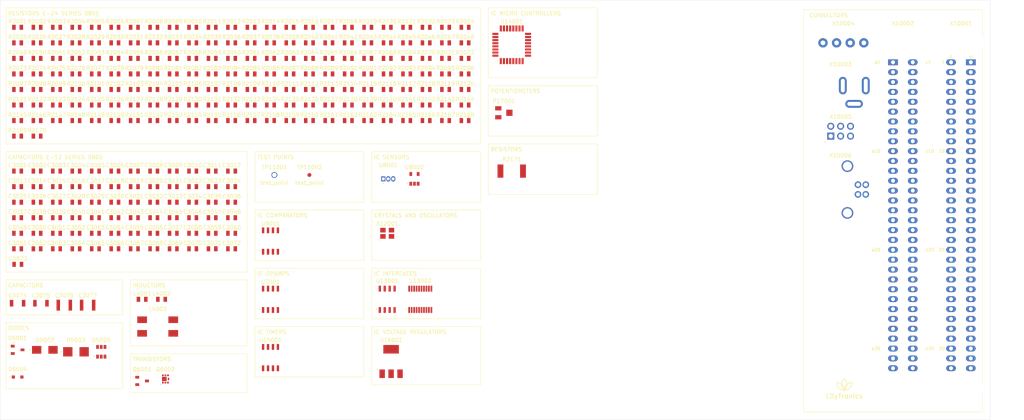
<source format=kicad_pcb>
(kicad_pcb (version 20240108) (generator "pcbnew") (generator_version "8.0")
  (title_block (title "KiCad library test") (date "2024-05-03") (rev "1") (company "LilyTronics"))
  (layers (0 "F.Cu" signal) (31 "B.Cu" signal) (34 "B.Paste" user) (35 "F.Paste" user) (36 "B.SilkS" user "B.Silkscreen") (37 "F.SilkS" user "F.Silkscreen") (38 "B.Mask" user) (39 "F.Mask" user) (44 "Edge.Cuts" user))
  (net 0 "")
  (footprint "lily_footprints:res_0805" (layer "F.Cu") (at 120 31)
    (property "Reference" "R2044")
    (property "Value" "62R" (hide yes))
  )
  (footprint "lily_footprints:cap_0805" (layer "F.Cu") (at 35 68)
    (property "Reference" "C3015")
    (property "Value" "15p" (hide yes))
  )
  (footprint "lily_footprints:cap_0805" (layer "F.Cu") (at 70 72)
    (property "Reference" "C3034")
    (property "Value" "560p" (hide yes))
  )
  (footprint "lily_footprints:res_0805" (layer "F.Cu") (at 140 39)
    (property "Reference" "R2096")
    (property "Value" "9k1" (hide yes))
  )
  (footprint "lily_footprints:res_0805" (layer "F.Cu") (at 85 27)
    (property "Reference" "R2013")
    (property "Value" "3R3" (hide yes))
  )
  (footprint "lily_footprints:res_0805" (layer "F.Cu") (at 25 31)
    (property "Reference" "R2025")
    (property "Value" "10R" (hide yes))
  )
  (footprint "lily_footprints:res_0805_dnp" (layer "F.Cu") (at 30 55)
    (property "Reference" "R2170")
    (property "Value" "dnp" (hide yes))
  )
  (footprint "lily_footprints:cap_0805" (layer "F.Cu") (at 50 80)
    (property "Reference" "C3054")
    (property "Value" "27n" (hide yes))
  )
  (footprint "lily_footprints:res_0805" (layer "F.Cu") (at 115 43)
    (property "Reference" "R2115")
    (property "Value" "56k" (hide yes))
  )
  (footprint "lily_footprints:res_0805" (layer "F.Cu") (at 50 31)
    (property "Reference" "R2030")
    (property "Value" "16R" (hide yes))
  )
  (footprint "lily_footprints:cap_0805" (layer "F.Cu") (at 50 76)
    (property "Reference" "C3042")
    (property "Value" "2n7" (hide yes))
  )
  (footprint "lily_footprints:res_0805" (layer "F.Cu") (at 125 31)
    (property "Reference" "R2045")
    (property "Value" "68R" (hide yes))
  )
  (footprint "lily_footprints:res_0805" (layer "F.Cu") (at 95 35)
    (property "Reference" "R2063")
    (property "Value" "390R" (hide yes))
  )
  (footprint "lily_footprints:sot23" (layer "F.Cu") (at 25 110)
    (property "Reference" "D5001")
    (property "Value" "15V" (hide yes))
  )
  (footprint "lily_footprints:cap_0805" (layer "F.Cu") (at 40 68)
    (property "Reference" "C3016")
    (property "Value" "18p" (hide yes))
  )
  (footprint "lily_footprints:cap_0805" (layer "F.Cu") (at 55 84)
    (property "Reference" "C3067")
    (property "Value" "330n" (hide yes))
  )
  (footprint "lily_footprints:res_0805" (layer "F.Cu") (at 55 51)
    (property "Reference" "R2151")
    (property "Value" "1M8" (hide yes))
  )
  (footprint "lily_footprints:cap_0805" (layer "F.Cu") (at 80 84)
    (property "Reference" "C3072")
    (property "Value" "820n" (hide yes))
  )
  (footprint "lily_footprints:cap_0805" (layer "F.Cu") (at 75 64)
    (property "Reference" "C3011")
    (property "Value" "6p8" (hide yes))
  )
  (footprint "lily_footprints:res_0805" (layer "F.Cu") (at 125 35)
    (property "Reference" "R2069")
    (property "Value" "680R" (hide yes))
  )
  (footprint "lily_footprints:cap_0805" (layer "F.Cu") (at 40 72)
    (property "Reference" "C3028")
    (property "Value" "180p" (hide yes))
  )
  (footprint "lily_footprints:res_0805" (layer "F.Cu") (at 90 27)
    (property "Reference" "R2014")
    (property "Value" "3R6" (hide yes))
  )
  (footprint "lily_footprints:res_0805" (layer "F.Cu") (at 70 51)
    (property "Reference" "R2154")
    (property "Value" "2M4" (hide yes))
  )
  (footprint "lily_footprints:cap_0805" (layer "F.Cu") (at 65 64)
    (property "Reference" "C3009")
    (property "Value" "4p7" (hide yes))
  )
  (footprint "lily_footprints:res_0805" (layer "F.Cu") (at 110 51)
    (property "Reference" "R2162")
    (property "Value" "5M1" (hide yes))
  )
  (footprint "lily_footprints:res_0805" (layer "F.Cu") (at 55 31)
    (property "Reference" "R2031")
    (property "Value" "18R" (hide yes))
  )
  (footprint "lily_footprints:res_0805" (layer "F.Cu") (at 110 43)
    (property "Reference" "R2114")
    (property "Value" "51k" (hide yes))
  )
  (footprint "lily_footprints:res_0805" (layer "F.Cu") (at 95 27)
    (property "Reference" "R2015")
    (property "Value" "3R9" (hide yes))
  )
  (footprint "lily_footprints:cap_0805" (layer "F.Cu") (at 45 80)
    (property "Reference" "C3053")
    (property "Value" "22n" (hide yes))
  )
  (footprint "lily_footprints:res_0805" (layer "F.Cu") (at 95 39)
    (property "Reference" "R2087")
    (property "Value" "3k9" (hide yes))
  )
  (footprint "lily_footprints:res_0805" (layer "F.Cu") (at 80 39)
    (property "Reference" "R2084")
    (property "Value" "3k0" (hide yes))
  )
  (footprint "lily_footprints:cap_0805" (layer "F.Cu") (at 70 76)
    (property "Reference" "C3046")
    (property "Value" "5n6" (hide yes))
  )
  (footprint "lily_footprints:cap_0805" (layer "F.Cu") (at 30 76)
    (property "Reference" "C3038")
    (property "Value" "1n2" (hide yes))
  )
  (footprint "lily_footprints:res_0805" (layer "F.Cu") (at 60 31)
    (property "Reference" "R2032")
    (property "Value" "20R" (hide yes))
  )
  (footprint "lily_footprints:cap_0805" (layer "F.Cu") (at 80 80)
    (property "Reference" "C3060")
    (property "Value" "82n" (hide yes))
  )
  (footprint "lily_footprints:cap_0805" (layer "F.Cu") (at 60 72)
    (property "Reference" "C3032")
    (property "Value" "390p" (hide yes))
  )
  (footprint "lily_footprints:res_0805" (layer "F.Cu") (at 130 35)
    (property "Reference" "R2070")
    (property "Value" "750R" (hide yes))
  )
  (footprint "lily_footprints:res_0805" (layer "F.Cu") (at 130 51)
    (property "Reference" "R2166")
    (property "Value" "7M5" (hide yes))
  )
  (footprint "lily_footprints:soic8" (layer "F.Cu") (at 90 112)
    (property "Reference" "U15001")
    (property "Value" "NE555" (hide yes))
  )
  (footprint "lily_footprints:res_0805" (layer "F.Cu") (at 30 47)
    (property "Reference" "R2122")
    (property "Value" "110k" (hide yes))
  )
  (footprint "lily_footprints:cap_0805" (layer "F.Cu") (at 70 84)
    (property "Reference" "C3070")
    (property "Value" "560n" (hide yes))
  )
  (footprint "lily_footprints:test_point_1.1mm_th" (layer "F.Cu") (at 91 65)
    (property "Reference" "TP11001")
    (property "Value" "test_point")
  )
  (footprint "lily_footprints:cap_0805" (layer "F.Cu") (at 75 76)
    (property "Reference" "C3047")
    (property "Value" "6n8" (hide yes))
  )
  (footprint "lily_footprints:res_0805" (layer "F.Cu") (at 120 35)
    (property "Reference" "R2068")
    (property "Value" "620R" (hide yes))
  )
  (footprint "lily_footprints:con_header_2x03_2.54mm_th_idc_area" (layer "F.Cu") (at 234 55)
    (property "Reference" "X10005")
    (property "Value" "con_header_2x03_2.54mm_th_idc_area" (hide yes))
  )
  (footprint "lily_footprints:sot1220_dnf2020md-6_type_e" (layer "F.Cu") (at 63 117.5)
    (property "Reference" "Q6002")
    (property "Value" "DMP3028LFDE" (hide yes))
  )
  (footprint "lily_footprints:res_0805" (layer "F.Cu") (at 120 39)
    (property "Reference" "R2092")
    (property "Value" "6k2" (hide yes))
  )
  (footprint "lily_footprints:cap_0805" (layer "F.Cu") (at 30 80)
    (property "Reference" "C3050")
    (property "Value" "12n" (hide yes))
  )
  (footprint "lily_footprints:res_0805" (layer "F.Cu") (at 45 35)
    (property "Reference" "R2053")
    (property "Value" "150R" (hide yes))
  )
  (footprint "lily_footprints:res_0805" (layer "F.Cu") (at 85 31)
    (property "Reference" "R2037")
    (property "Value" "33R" (hide yes))
  )
  (footprint "lily_footprints:res_0805" (layer "F.Cu") (at 75 39)
    (property "Reference" "R2083")
    (property "Value" "2k7" (hide yes))
  )
  (footprint "lily_footprints:dio_sod323" (layer "F.Cu") (at 25 117)
    (property "Reference" "D5004")
    (property "Value" "4V7" (hide yes))
  )
  (footprint "lily_footprints:res_0805" (layer "F.Cu") (at 25 35)
    (property "Reference" "R2049")
    (property "Value" "100R" (hide yes))
  )
  (footprint "lily_footprints:res_0805" (layer "F.Cu") (at 130 47)
    (property "Reference" "R2142")
    (property "Value" "750k" (hide yes))
  )
  (footprint "lily_footprints:cap_0805" (layer "F.Cu") (at 75 72)
    (property "Reference" "C3035")
    (property "Value" "680p" (hide yes))
  )
  (footprint "lily_footprints:res_0805" (layer "F.Cu") (at 100 51)
    (property "Reference" "R2160")
    (property "Value" "4M3" (hide yes))
  )
  (footprint "lily_footprints:res_0805" (layer "F.Cu") (at 100 31)
    (property "Reference" "R2040")
    (property "Value" "43R" (hide yes))
  )
  (footprint "lily_footprints:soic8" (layer "F.Cu") (at 120 97)
    (property "Reference" "U13001")
    (property "Value" "SN75176" (hide yes))
  )
  (footprint "lily_footprints:ssop20_pitch25_341x154_mil" (layer "F.Cu") (at 128.5 97)
    (property "Reference" "U13002")
    (property "Value" "FT231" (hide yes))
  )
  (footprint "lily_footprints:cap_0805" (layer "F.Cu") (at 25 72)
    (property "Reference" "C3025")
    (property "Value" "100p" (hide yes))
  )
  (footprint "lily_footprints:res_0805" (layer "F.Cu") (at 25 55)
    (property "Reference" "R2169")
    (property "Value" "0R" (hide yes))
  )
  (footprint "lily_footprints:res_0805" (layer "F.Cu") (at 125 47)
    (property "Reference" "R2141")
    (property "Value" "680k" (hide yes))
  )
  (footprint "lily_footprints:cap_0805" (layer "F.Cu") (at 75 84)
    (property "Reference" "C3071")
    (property "Value" "680n" (hide yes))
  )
  (footprint "lily_footprints:cap_0805" (layer "F.Cu") (at 30 64)
    (property "Reference" "C3002")
    (property "Value" "1p2" (hide yes))
  )
  (footprint "lily_footprints:res_0805" (layer "F.Cu") (at 40 39)
    (property "Reference" "R2076")
    (property "Value" "1k3" (hide yes))
  )
  (footprint "lily_footprints:cap_0805" (layer "F.Cu") (at 45 68)
    (property "Reference" "C3017")
    (property "Value" "22p" (hide yes))
  )
  (footprint "lily_footprints:res_0805" (layer "F.Cu") (at 90 35)
    (property "Reference" "R2062")
    (property "Value" "360R" (hide yes))
  )
  (footprint "lily_footprints:cap_0805" (layer "F.Cu") (at 40 84)
    (property "Reference" "C3064")
    (property "Value" "180n" (hide yes))
  )
  (footprint "lily_footprints:logo_lilytronics" (layer "F.Cu") (at 237.5 120.4125)
    (property "Reference" "DOC1001" (hide yes))
    (property "Value" "logo_lilytronics" (hide yes))
  )
  (footprint "lily_footprints:res_0805" (layer "F.Cu") (at 35 27)
    (property "Reference" "R2003")
    (property "Value" "1R2" (hide yes))
  )
  (footprint "lily_footprints:res_0805" (layer "F.Cu") (at 95 43)
    (property "Reference" "R2111")
    (property "Value" "39k" (hide yes))
  )
  (footprint "lily_footprints:res_0805" (layer "F.Cu") (at 30 51)
    (property "Reference" "R2146")
    (property "Value" "1M1" (hide yes))
  )
  (footprint "lily_footprints:res_0805" (layer "F.Cu") (at 90 43)
    (property "Reference" "R2110")
    (property "Value" "36k" (hide yes))
  )
  (footprint "lily_footprints:cap_0805" (layer "F.Cu") (at 60 80)
    (property "Reference" "C3056")
    (property "Value" "39n" (hide yes))
  )
  (footprint "lily_footprints:cap_0805" (layer "F.Cu") (at 55 80)
    (property "Reference" "C3055")
    (property "Value" "33n" (hide yes))
  )
  (footprint "lily_footprints:cap_0805" (layer "F.Cu") (at 50 72)
    (property "Reference" "C3030")
    (property "Value" "270p" (hide yes))
  )
  (footprint "lily_footprints:res_0805" (layer "F.Cu") (at 105 31)
    (property "Reference" "R2041")
    (property "Value" "47R" (hide yes))
  )
  (footprint "lily_footprints:cap_0805" (layer "F.Cu") (at 45 72)
    (property "Reference" "C3029")
    (property "Value" "220p" (hide yes))
  )
  (footprint "lily_footprints:test_point_1mm" (layer "F.Cu") (at 100 65)
    (property "Reference" "TP11002")
    (property "Value" "test_point")
  )
  (footprint "lily_footprints:res_0805" (layer "F.Cu") (at 50 47)
    (property "Reference" "R2126")
    (property "Value" "160k" (hide yes))
  )
  (footprint "lily_footprints:res_0805" (layer "F.Cu") (at 130 27)
    (property "Reference" "R2022")
    (property "Value" "7R5" (hide yes))
  )
  (footprint "lily_footprints:cap_0805" (layer "F.Cu") (at 60 64)
    (property "Reference" "C3008")
    (property "Value" "3p9" (hide yes))
  )
  (footprint "lily_footprints:res_0805" (layer "F.Cu") (at 30 27)
    (property "Reference" "R2002")
    (property "Value" "1R1" (hide yes))
  )
  (footprint "lily_footprints:con_usb_b_receptacle_th" (layer "F.Cu") (at 243 70)
    (property "Reference" "X10006")
    (property "Value" "con_usb_b_receptacle_th" (hide yes))
  )
  (footprint "lily_footprints:res_0805" (layer "F.Cu") (at 45 47)
    (property "Reference" "R2125")
    (property "Value" "150k" (hide yes))
  )
  (footprint "lily_footprints:res_0805" (layer "F.Cu") (at 60 39)
    (property "Reference" "R2080")
    (property "Value" "2k0" (hide yes))
  )
  (footprint "lily_footprints:cap_0805" (layer "F.Cu") (at 60 76)
    (property "Reference" "C3044")
    (property "Value" "3n9" (hide yes))
  )
  (footprint "lily_footprints:res_0805" (layer "F.Cu") (at 105 51)
    (property "Reference" "R2161")
    (property "Value" "4M7" (hide yes))
  )
  (footprint "lily_footprints:cap_0805" (layer "F.Cu") (at 80 76)
    (property "Reference" "C3048")
    (property "Value" "8n2" (hide yes))
  )
  (footprint "lily_footprints:res_0805" (layer "F.Cu") (at 65 51)
    (property "Reference" "R2153")
    (property "Value" "2M2" (hide yes))
  )
  (footprint "lily_footprints:res_0805" (layer "F.Cu") (at 25 43)
    (property "Reference" "R2097")
    (property "Value" "10k" (hide yes))
  )
  (footprint "lily_footprints:res_0805" (layer "F.Cu") (at 85 51)
    (property "Reference" "R2157")
    (property "Value" "3M3" (hide yes))
  )
  (footprint "lily_footprints:res_0805" (layer "F.Cu") (at 65 31)
    (property "Reference" "R2033")
    (property "Value" "22R" (hide yes))
  )
  (footprint "lily_footprints:dio_do214ac_sma" (layer "F.Cu") (at 32 110)
    (property "Reference" "D5002")
    (property "Value" "SS14" (hide yes))
  )
  (footprint "lily_footprints:res_0805" (layer "F.Cu") (at 55 35)
    (property "Reference" "R2055")
    (property "Value" "180R" (hide yes))
  )
  (footprint "lily_footprints:soic8" (layer "F.Cu") (at 90 82)
    (property "Reference" "U9001")
    (property "Value" "LM393" (hide yes))
  )
  (footprint "lily_footprints:res_0805" (layer "F.Cu") (at 50 51)
    (property "Reference" "R2150")
    (property "Value" "1M6" (hide yes))
  )
  (footprint "lily_footprints:res_0805" (layer "F.Cu") (at 120 43)
    (property "Reference" "R2116")
    (property "Value" "62k" (hide yes))
  )
  (footprint "lily_footprints:res_0805" (layer "F.Cu") (at 65 27)
    (property "Reference" "R2009")
    (property "Value" "2R2" (hide yes))
  )
  (footprint "lily_footprints:cap_1210" (layer "F.Cu") (at 37 98.5)
    (property "Reference" "C3076")
    (property "Value" "22u" (hide yes))
  )
  (footprint "lily_footprints:cap_0805" (layer "F.Cu") (at 65 80)
    (property "Reference" "C3057")
    (property "Value" "47n" (hide yes))
  )
  (footprint "lily_footprints:res_0805" (layer "F.Cu") (at 115 47)
    (property "Reference" "R2139")
    (property "Value" "560k" (hide yes))
  )
  (footprint "lily_footprints:res_0805" (layer "F.Cu") (at 115 35)
    (property "Reference" "R2067")
    (property "Value" "560R" (hide yes))
  )
  (footprint "lily_footprints:cap_0805" (layer "F.Cu") (at 30 68)
    (property "Reference" "C3014")
    (property "Value" "12p" (hide yes))
  )
  (footprint "lily_footprints:cap_0805" (layer "F.Cu") (at 80 68)
    (property "Reference" "C3024")
    (property "Value" "82p" (hide yes))
  )
  (footprint "lily_footprints:res_0805" (layer "F.Cu") (at 25 27)
    (property "Reference" "R2001")
    (property "Value" "1R0" (hide yes))
  )
  (footprint "lily_footprints:res_0805" (layer "F.Cu") (at 130 39)
    (property "Reference" "R2094")
    (property "Value" "7k5" (hide yes))
  )
  (footprint "lily_footprints:cap_1206_dnp" (layer "F.Cu") (at 31 98)
    (property "Reference" "C3075")
    (property "Value" "dnp" (hide yes))
  )
  (footprint "lily_footprints:res_0805" (layer "F.Cu") (at 40 43)
    (property "Reference" "R2100")
    (property "Value" "13k" (hide yes))
  )
  (footprint "lily_footprints:res_0805" (layer "F.Cu") (at 135 27)
    (property "Reference" "R2023")
    (property "Value" "8R2" (hide yes))
  )
  (footprint "lily_footprints:res_0805" (layer "F.Cu") (at 95 47)
    (property "Reference" "R2135")
    (property "Value" "390k" (hide yes))
  )
  (footprint "lily_footprints:res_0805" (layer "F.Cu") (at 40 51)
    (property "Reference" "R2148")
    (property "Value" "1M3" (hide yes))
  )
  (footprint "lily_footprints:res_0805" (layer "F.Cu") (at 45 43)
    (property "Reference" "R2101")
    (property "Value" "15k" (hide yes))
  )
  (footprint "lily_footprints:sot223" (layer "F.Cu") (at 121 113)
    (property "Reference" "U16001")
    (property "Value" "AZ1117" (hide yes))
  )
  (footprint "lily_footprints:cap_0805" (layer "F.Cu") (at 45 76)
    (property "Reference" "C3041")
    (property "Value" "2n2" (hide yes))
  )
  (footprint "lily_footprints:res_0805" (layer "F.Cu") (at 25 39)
    (property "Reference" "R2073")
    (property "Value" "1k0" (hide yes))
  )
  (footprint "lily_footprints:res_0805" (layer "F.Cu") (at 70 31)
    (property "Reference" "R2034")
    (property "Value" "24R" (hide yes))
  )
  (footprint "lily_footprints:res_0805" (layer "F.Cu") (at 120 51)
    (property "Reference" "R2164")
    (property "Value" "6M2" (hide yes))
  )
  (footprint "lily_footprints:res_0805" (layer "F.Cu") (at 100 47)
    (property "Reference" "R2136")
    (property "Value" "430k" (hide yes))
  )
  (footprint "lily_footprints:cap_0805" (layer "F.Cu") (at 65 84)
    (property "Reference" "C3069")
    (property "Value" "470n" (hide yes))
  )
  (footprint "lily_footprints:res_0805" (layer "F.Cu") (at 75 35)
    (property "Reference" "R2059")
    (property "Value" "270R" (hide yes))
  )
  (footprint "lily_footprints:con_din41612_plug_64p_a+c_right_angle_th" (layer "F.Cu") (at 270 36 -90)
    (property "Reference" "X10001")
    (property "Value" "con_din41612_plug_64p_a+c_right_angle_th" (hide yes))
  )
  (footprint "lily_footprints:cap_1206" (layer "F.Cu") (at 25 98)
    (property "Reference" "C3074")
    (property "Value" "4u7" (hide yes))
  )
  (footprint "lily_footprints:cap_0805" (layer "F.Cu") (at 75 68)
    (property "Reference" "C3023")
    (property "Value" "68p" (hide yes))
  )
  (footprint "lily_footprints:cap_0805" (layer "F.Cu") (at 35 64)
    (property "Reference" "C3003")
    (property "Value" "1p5" (hide yes))
  )
  (footprint "lily_footprints:res_0805" (layer "F.Cu") (at 105 39)
    (property "Reference" "R2089")
    (property "Value" "4k7" (hide yes))
  )
  (footprint "lily_footprints:ind_0805_dnp" (layer "F.Cu") (at 62 97)
    (property "Reference" "L4002")
    (property "Value" "dnp" (hide yes))
  )
  (footprint "lily_footprints:res_0805" (layer "F.Cu") (at 110 47)
    (property "Reference" "R2138")
    (property "Value" "510k" (hide yes))
  )
  (footprint "lily_footprints:res_0805" (layer "F.Cu") (at 35 31)
    (property "Reference" "R2027")
    (property "Value" "12R" (hide yes))
  )
  (footprint "lily_footprints:cap_0805_dnp" (layer "F.Cu") (at 25.05 88)
    (property "Reference" "C3073")
    (property "Value" "dnp" (hide yes))
  )
  (footprint "lily_footprints:res_0805" (layer "F.Cu") (at 135 39)
    (property "Reference" "R2095")
    (property "Value" "8k2" (hide yes))
  )
  (footprint "lily_footprints:res_0805" (layer "F.Cu") (at 100 39)
    (property "Reference" "R2088")
    (property "Value" "4k3" (hide yes))
  )
  (footprint "lily_footprints:cap_0805" (layer "F.Cu") (at 25 64)
    (property "Reference" "C3001")
    (property "Value" "1p0" (hide yes))
  )
  (footprint "lily_footprints:cap_0805" (layer "F.Cu") (at 35 80)
    (property "Reference" "C3051")
    (property "Value" "15n" (hide yes))
  )
  (footprint "lily_footprints:res_0805" (layer "F.Cu") (at 25 51)
    (property "Reference" "R2145")
    (property "Value" "1M0" (hide yes))
  )
  (footprint "lily_footprints:sot23-6_sc74" (layer "F.Cu") (at 46.5 110.5)
    (property "Reference" "D5005")
    (property "Value" "SRV05-4" (hide yes))
  )
  (footprint "lily_footprints:soic8" (layer "F.Cu") (at 90 97)
    (property "Reference" "U7001")
    (property "Value" "TLV272" (hide yes))
  )
  (footprint "lily_footprints:res_0805" (layer "F.Cu") (at 75 43)
    (property "Reference" "R2107")
    (property "Value" "27k" (hide yes))
  )
  (footprint "lily_footprints:res_0805" (layer "F.Cu") (at 55 47)
    (property "Reference" "R2127")
    (property "Value" "180k" (hide yes))
  )
  (footprint "lily_footprints:res_0805" (layer "F.Cu") (at 120 27)
    (property "Reference" "R2020")
    (property "Value" "6R2" (hide yes))
  )
  (footprint "lily_footprints:res_0805" (layer "F.Cu") (at 35 51)
    (property "Reference" "R2147")
    (property "Value" "1M2" (hide yes))
  )
  (footprint "lily_footprints:res_0805" (layer "F.Cu") (at 45 31)
    (property "Reference" "R2029")
    (property "Value" "15R" (hide yes))
  )
  (footprint "lily_footprints:res_0805" (layer "F.Cu") (at 40 31)
    (property "Reference" "R2028")
    (property "Value" "13R" (hide yes))
  )
  (footprint "lily_footprints:cap_0805" (layer "F.Cu") (at 45 84)
    (property "Reference" "C3065")
    (property "Value" "220n" (hide yes))
  )
  (footprint "lily_footprints:res_0805" (layer "F.Cu") (at 70 27)
    (property "Reference" "R2010")
    (property "Value" "2R4" (hide yes))
  )
  (footprint "lily_footprints:res_0805" (layer "F.Cu") (at 135 43)
    (property "Reference" "R2119")
    (property "Value" "82k" (hide yes))
  )
  (footprint "lily_footprints:res_0805" (layer "F.Cu") (at 65 47)
    (property "Reference" "R2129")
    (property "Value" "220k" (hide yes))
  )
  (footprint "lily_footprints:res_0805" (layer "F.Cu") (at 50 35)
    (property "Reference" "R2054")
    (property "Value" "160R" (hide yes))
  )
  (footprint "lily_footprints:res_0805" (layer "F.Cu") (at 125 39)
    (property "Reference" "R2093")
    (property "Value" "6k8" (hide yes))
  )
  (footprint "lily_footprints:cap_0805" (layer "F.Cu") (at 30 72)
    (property "Reference" "C3026")
    (property "Value" "120p" (hide yes))
  )
  (footprint "lily_footprints:res_0805" (layer "F.Cu") (at 50 43)
    (property "Reference" "R2102")
    (property "Value" "16k" (hide yes))
  )
  (footprint "lily_footprints:tqfp32_pitch0.8_7x7mm" (layer "F.Cu") (at 152 31.5)
    (property "Reference" "U14001")
    (property "Value" "ATMEGA168" (hide yes))
  )
  (footprint "lily_footprints:res_0805" (layer "F.Cu") (at 45 51)
    (property "Reference" "R2149")
    (property "Value" "1M5" (hide yes))
  )
  (footprint "lily_footprints:cap_0805" (layer "F.Cu") (at 30 84)
    (property "Reference" "C3062")
    (property "Value" "120n" (hide yes))
  )
  (footprint "lily_footprints:sot23" (layer "F.Cu") (at 57 118)
    (property "Reference" "Q6001")
    (property "Value" "AO3400A" (hide yes))
  )
  (footprint "lily_footprints:res_0805" (layer "F.Cu") (at 80 27)
    (property "Reference" "R2012")
    (property "Value" "3R0" (hide yes))
  )
  (footprint "lily_footprints:res_0805" (layer "F.Cu") (at 125 51)
    (property "Reference" "R2165")
    (property "Value" "6M8" (hide yes))
  )
  (footprint "lily_footprints:res_0805" (layer "F.Cu") (at 35 35)
    (property "Reference" "R2051")
    (property "Value" "120R" (hide yes))
  )
  (footprint "lily_footprints:res_0805" (layer "F.Cu") (at 70 39)
    (property "Reference" "R2082")
    (property "Value" "2k4" (hide yes))
  )
  (footprint "lily_footprints:cap_0805" (layer "F.Cu") (at 50 84)
    (property "Reference" "C3066")
    (property "Value" "270n" (hide yes))
  )
  (footprint "lily_footprints:res_0805" (layer "F.Cu") (at 60 43)
    (property "Reference" "R2104")
    (property "Value" "20k" (hide yes))
  )
  (footprint "lily_footprints:crystal_3225" (layer "F.Cu") (at 120 80)
    (property "Reference" "X12001")
    (property "Value" "16MHz" (hide yes))
  )
  (footprint "lily_footprints:res_0805" (layer "F.Cu") (at 75 51)
    (property "Reference" "R2155")
    (property "Value" "2M7" (hide yes))
  )
  (footprint "lily_footprints:cap_0805" (layer "F.Cu") (at 60 84)
    (property "Reference" "C3068")
    (property "Value" "390n" (hide yes))
  )
  (footprint "lily_footprints:res_0805" (layer "F.Cu") (at 140 35)
    (property "Reference" "R2072")
    (property "Value" "910R" (hide yes))
  )
  (footprint "lily_footprints:res_0805" (layer "F.Cu") (at 135 47)
    (property "Reference" "R2143")
    (property "Value" "820k" (hide yes))
  )
  (footprint "lily_footprints:res_0805" (layer "F.Cu") (at 125 43)
    (property "Reference" "R2117")
    (property "Value" "68k" (hide yes))
  )
  (footprint "lily_footprints:res_0805" (layer "F.Cu") (at 35 47)
    (property "Reference" "R2123")
    (property "Value" "120k" (hide yes))
  )
  (footprint "lily_footprints:con_dc_jack_dc_005_th" (layer "F.Cu") (at 229.4 42)
    (property "Reference" "X10003")
    (property "Value" "con_dc_jack_dc_005_th" (hide yes))
  )
  (footprint "lily_footprints:res_0805" (layer "F.Cu") (at 55 39)
    (property "Reference" "R2079")
    (property "Value" "1k8" (hide yes))
  )
  (footprint "lily_footprints:res_0805" (layer "F.Cu") (at 120 47)
    (property "Reference" "R2140")
    (property "Value" "620k" (hide yes))
  )
  (footprint "lily_footprints:res_0805" (layer "F.Cu") (at 80 35)
    (property "Reference" "R2060")
    (property "Value" "300R" (hide yes))
  )
  (footprint "lily_footprints:cap_0805" (layer "F.Cu") (at 65 76)
    (property "Reference" "C3045")
    (property "Value" "4n7" (hide yes))
  )
  (footprint "lily_footprints:res_0805" (layer "F.Cu") (at 140 27)
    (property "Reference" "R2024")
    (property "Value" "9R1" (hide yes))
  )
  (footprint "lily_footprints:res_0805" (layer "F.Cu") (at 130 31)
    (property "Reference" "R2046")
    (property "Value" "75R" (hide yes))
  )
  (footprint "lily_footprints:res_0805" (layer "F.Cu") (at 140 47)
    (property "Reference" "R2144")
    (property "Value" "910k" (hide yes))
  )
  (footprint "lily_footprints:cap_0805" (layer "F.Cu") (at 50 64)
    (property "Reference" "C3006")
    (property "Value" "2p7" (hide yes))
  )
  (footprint "lily_footprints:res_0805" (layer "F.Cu") (at 65 39)
    (property "Reference" "R2081")
    (property "Value" "2k2" (hide yes))
  )
  (footprint "lily_footprints:con_terminal_screw_1x04p_3.5mm_th" (layer "F.Cu") (at 232 31)
    (property "Reference" "X10004")
    (property "Value" "con_terminal_screw_1x04_3.5mm_th" (hide yes))
  )
  (footprint "lily_footprints:res_0805" (layer "F.Cu") (at 140 51)
    (property "Reference" "R2168")
    (property "Value" "9M1" (hide yes))
  )
  (footprint "lily_footprints:res_0805" (layer "F.Cu") (at 135 35)
    (property "Reference" "R2071")
    (property "Value" "820R" (hide yes))
  )
  (footprint "lily_footprints:cap_0805" (layer "F.Cu") (at 35 84)
    (property "Reference" "C3063")
    (property "Value" "150n" (hide yes))
  )
  (footprint "lily_footprints:cap_0805" (layer "F.Cu") (at 75 80)
    (property "Reference" "C3059")
    (property "Value" "68n" (hide yes))
  )
  (footprint "lily_footprints:to92" (layer "F.Cu") (at 119 66)
    (property "Reference" "U8001")
    (property "Value" "LM335" (hide yes))
  )
  (footprint "lily_footprints:res_0805" (layer "F.Cu") (at 125 27)
    (property "Reference" "R2021")
    (property "Value" "6R8" (hide yes))
  )
  (footprint "lily_footprints:res_0805" (layer "F.Cu") (at 110 27)
    (property "Reference" "R2018")
    (property "Value" "5R1" (hide yes))
  )
  (footprint "lily_footprints:res_0805" (layer "F.Cu") (at 115 31)
    (property "Reference" "R2043")
    (property "Value" "56R" (hide yes))
  )
  (footprint "lily_footprints:con_din41612_receptacle_64p_a+c_straight_th" (layer "F.Cu") (at 250 36 -90)
    (property "Reference" "X10002")
    (property "Value" "con_din41612_receptacle_64p_a+c_straight_th" (hide yes))
  )
  (footprint "lily_footprints:cap_0805" (layer "F.Cu") (at 80 72)
    (property "Reference" "C3036")
    (property "Value" "820p" (hide yes))
  )
  (footprint "lily_footprints:res_0805" (layer "F.Cu") (at 80 47)
    (property "Reference" "R2132")
    (property "Value" "300k" (hide yes))
  )
  (footprint "lily_footprints:res_0805" (layer "F.Cu") (at 55 27)
    (property "Reference" "R2007")
    (property "Value" "1R8" (hide yes))
  )
  (footprint "lily_footprints:cap_1210_dnp" (layer "F.Cu") (at 43 98.5)
    (property "Reference" "C3077")
    (property "Value" "dnp" (hide yes))
  )
  (footprint "lily_footprints:cap_0805" (layer "F.Cu") (at 60 68)
    (property "Reference" "C3020")
    (property "Value" "39p" (hide yes))
  )
  (footprint "lily_footprints:res_0805" (layer "F.Cu") (at 85 39)
    (property "Reference" "R2085")
    (property "Value" "3k3" (hide yes))
  )
  (footprint "lily_footprints:ind_common_mode_9x7mm" (layer "F.Cu") (at 61 104)
    (property "Reference" "L4003")
    (property "Value" "700R/10mR" (hide yes))
  )
  (footprint "lily_footprints:res_0805" (layer "F.Cu") (at 50 27)
    (property "Reference" "R2006")
    (property "Value" "1R6" (hide yes))
  )
  (footprint "lily_footprints:res_0805" (layer "F.Cu") (at 80 31)
    (property "Reference" "R2036")
    (property "Value" "30R" (hide yes))
  )
  (footprint "lily_footprints:cap_0805" (layer "F.Cu") (at 55 76)
    (property "Reference" "C3043")
    (property "Value" "3n3" (hide yes))
  )
  (footprint "lily_footprints:res_0805" (layer "F.Cu") (at 45 27)
    (property "Reference" "R2005")
    (property "Value" "1R5" (hide yes))
  )
  (footprint "lily_footprints:res_0805" (layer "F.Cu") (at 90 47)
    (property "Reference" "R2134")
    (property "Value" "360k" (hide yes))
  )
  (footprint "lily_footprints:res_0805" (layer "F.Cu") (at 90 31)
    (property "Reference" "R2038")
    (property "Value" "36R" (hide yes))
  )
  (footprint "lily_footprints:res_0805" (layer "F.Cu") (at 70 47)
    (property "Reference" "R2130")
    (property "Value" "240k" (hide yes))
  )
  (footprint "lily_footprints:res_0805" (layer "F.Cu") (at 30 39)
    (property "Reference" "R2074")
    (property "Value" "1k1" (hide yes))
  )
  (footprint "lily_footprints:res_0805" (layer "F.Cu") (at 70 43)
    (property "Reference" "R2106")
    (property "Value" "24k" (hide yes))
  )
  (footprint "lily_footprints:res_0805" (layer "F.Cu") (at 90 39)
    (property "Reference" "R2086")
    (property "Value" "3k6" (hide yes))
  )
  (footprint "lily_footprints:cap_0805" (layer "F.Cu") (at 55 72)
    (property "Reference" "C3031")
    (property "Value" "330p" (hide yes))
  )
  (footprint "lily_footprints:res_0805" (layer "F.Cu") (at 100 27)
    (property "Reference" "R2016")
    (property "Value" "4R3" (hide yes))
  )
  (footprint "lily_footprints:res_0805" (layer "F.Cu") (at 65 35)
    (property "Reference" "R2057")
    (property "Value" "220R" (hide yes))
  )
  (footprint "lily_footprints:cap_0805" (layer "F.Cu") (at 25 80)
    (property "Reference" "C3049")
    (property "Value" "10n" (hide yes))
  )
  (footprint "lily_footprints:res_0805" (layer "F.Cu") (at 105 35)
    (property "Reference" "R2065")
    (property "Value" "470R" (hide yes))
  )
  (footprint "lily_footprints:res_0805" (layer "F.Cu") (at 35 39)
    (property "Reference" "R2075")
    (property "Value" "1k2" (hide yes))
  )
  (footprint "lily_footprints:res_0805" (layer "F.Cu") (at 85 43)
    (property "Reference" "R2109")
    (property "Value" "33k" (hide yes))
  )
  (footprint "lily_footprints:dio_do214aa_smb" (layer "F.Cu") (at 40 110.5)
    (property "Reference" "D5003")
    (property "Value" "15V" (hide yes))
  )
  (footprint "lily_footprints:cap_0805" (layer "F.Cu") (at 25 84)
    (property "Reference" "C3061")
    (property "Value" "100n" (hide yes))
  )
  (footprint "lily_footprints:res_0805" (layer "F.Cu") (at 75 31)
    (property "Reference" "R2035")
    (property "Value" "27R" (hide yes))
  )
  (footprint "lily_footprints:res_0805" (layer "F.Cu") (at 25 47)
    (property "Reference" "R2121")
    (property "Value" "100k" (hide yes))
  )
  (footprint "lily_footprints:res_0805" (layer "F.Cu") (at 130 43)
    (property "Reference" "R2118")
    (property "Value" "75k" (hide yes))
  )
  (footprint "lily_footprints:res_0805" (layer "F.Cu") (at 60 27)
    (property "Reference" "R2008")
    (property "Value" "2R0" (hide yes))
  )
  (footprint "lily_footprints:res_0805" (layer "F.Cu") (at 70 35)
    (property "Reference" "R2058")
    (property "Value" "240R" (hide yes))
  )
  (footprint "lily_footprints:res_0805" (layer "F.Cu") (at 75 47)
    (property "Reference" "R2131")
    (property "Value" "270k" (hide yes))
  )
  (footprint "lily_footprints:res_0805" (layer "F.Cu") (at 40 27)
    (property "Reference" "R2004")
    (property "Value" "1R3" (hide yes))
  )
  (footprint "lily_footprints:pot_3313j" (layer "F.Cu") (at 150 49)
    (property "Reference" "P17001")
    (property "Value" "2k" (hide yes))
  )
  (footprint "lily_footprints:res_0805" (layer "F.Cu") (at 135 51)
    (property "Reference" "R2167")
    (property "Value" "8M2" (hide yes))
  )
  (footprint "lily_footprints:res_0805" (layer "F.Cu") (at 105 47)
    (property "Reference" "R2137")
    (property "Value" "470k" (hide yes))
  )
  (footprint "lily_footprints:res_0805" (layer "F.Cu") (at 110 35)
    (property "Reference" "R2066")
    (property "Value" "510R" (hide yes))
  )
  (footprint "lily_footprints:cap_0805" (layer "F.Cu") (at 40 64)
    (property "Reference" "C3004")
    (property "Value" "1p8" (hide yes))
  )
  (footprint "lily_footprints:res_0805" (layer "F.Cu") (at 30 35)
    (property "Reference" "R2050")
    (property "Value" "110R" (hide yes))
  )
  (footprint "lily_footprints:res_0805" (layer "F.Cu") (at 80 51)
    (property "Reference" "R2156")
    (property "Value" "3M0" (hide yes))
  )
  (footprint "lily_footprints:cap_0805" (layer "F.Cu") (at 50 68)
    (property "Reference" "C3018")
    (property "Value" "27p" (hide yes))
  )
  (footprint "lily_footprints:res_0805" (layer "F.Cu") (at 110 31)
    (property "Reference" "R2042")
    (property "Value" "51R" (hide yes))
  )
  (footprint "lily_footprints:cap_0805" (layer "F.Cu") (at 25 76)
    (property "Reference" "C3037")
    (property "Value" "1n0" (hide yes))
  )
  (footprint "lily_footprints:res_0805" (layer "F.Cu") (at 50 39)
    (property "Reference" "R2078")
    (property "Value" "1k6" (hide yes))
  )
  (footprint "lily_footprints:cap_0805" (layer "F.Cu") (at 65 68)
    (property "Reference" "C3021")
    (property "Value" "47p" (hide yes))
  )
  (footprint "lily_footprints:cap_0805" (layer "F.Cu") (at 65 72)
    (property "Reference" "C3033")
    (property "Value" "470p" (hide yes))
  )
  (footprint "lily_footprints:res_0805" (layer "F.Cu") (at 90 51)
    (property "Reference" "R2158")
    (property "Value" "3M6" (hide yes))
  )
  (footprint "lily_footprints:res_0805" (layer "F.Cu") (at 40 35)
    (property "Reference" "R2052")
    (property "Value" "130R" (hide yes))
  )
  (footprint "lily_footprints:cap_0805" (layer "F.Cu") (at 55 68)
    (property "Reference" "C3019")
    (property "Value" "33p" (hide yes))
  )
  (footprint "lily_footprints:res_0805" (layer "F.Cu") (at 115 39)
    (property "Reference" "R2091")
    (property "Value" "5k6" (hide yes))
  )
  (footprint "lily_footprints:cap_0805" (layer "F.Cu") (at 40 80)
    (property "Reference" "C3052")
    (property "Value" "18n" (hide yes))
  )
  (footprint "lily_footprints:res_0805" (layer "F.Cu") (at 100 35)
    (property "Reference" "R2064")
    (property "Value" "430R" (hide yes))
  )
  (footprint "lily_footprints:res_0805" (layer "F.Cu") (at 30 43)
    (property "Reference" "R2098")
    (property "Value" "11k" (hide yes))
  )
  (footprint "lily_footprints:res_0805" (layer "F.Cu") (at 110 39)
    (property "Reference" "R2090")
    (property "Value" "5k1" (hide yes))
  )
  (footprint "lily_footprints:sot23-5" (layer "F.Cu") (at 127 66)
    (property "Reference" "U8002")
    (property "Value" "ZXCT1010" (hide yes))
  )
  (footprint "lily_footprints:cap_0805" (layer "F.Cu") (at 35 76)
    (property "Reference" "C3039")
    (property "Value" "1n5" (hide yes))
  )
  (footprint "lily_footprints:res_0805" (layer "F.Cu") (at 60 35)
    (property "Reference" "R2056")
    (property "Value" "200R" (hide yes))
  )
  (footprint "lily_footprints:res_0805" (layer "F.Cu") (at 55 43)
    (property "Reference" "R2103")
    (property "Value" "18k" (hide yes))
  )
  (footprint "lily_footprints:res_0805" (layer "F.Cu") (at 140 31)
    (property "Reference" "R2048")
    (property "Value" "91R" (hide yes))
  )
  (footprint "lily_footprints:res_0805" (layer "F.Cu") (at 85 47)
    (property "Reference" "R2133")
    (property "Value" "330k" (hide yes))
  )
  (footprint "lily_footprints:res_0805" (layer "F.Cu") (at 60 51)
    (property "Reference" "R2152")
    (property "Value" "2M0" (hide yes))
  )
  (footprint "lily_footprints:res_0805" (layer "F.Cu") (at 135 31)
    (property "Reference" "R2047")
    (property "Value" "82R" (hide yes))
  )
  (footprint "lily_footprints:cap_0805" (layer "F.Cu") (at 35 72)
    (property "Reference" "C3027")
    (property "Value" "150p" (hide yes))
  )
  (footprint "lily_footprints:cap_0805" (layer "F.Cu") (at 70 64)
    (property "Reference" "C3010")
    (property "Value" "5p6" (hide yes))
  )
  (footprint "lily_footprints:cap_0805" (layer "F.Cu") (at 80 64)
    (property "Reference" "C3012")
    (property "Value" "8p2" (hide yes))
  )
  (footprint "lily_footprints:res_0805" (layer "F.Cu") (at 140 43)
    (property "Reference" "R2120")
    (property "Value" "91k" (hide yes))
  )
  (footprint "lily_footprints:cap_0805" (layer "F.Cu") (at 45 64)
    (property "Reference" "C3005")
    (property "Value" "2p2" (hide yes))
  )
  (footprint "lily_footprints:res_0805" (layer "F.Cu") (at 60 47)
    (property "Reference" "R2128")
    (property "Value" "200k" (hide yes))
  )
  (footprint "lily_footprints:res_0805" (layer "F.Cu") (at 100 43)
    (property "Reference" "R2112")
    (property "Value" "43k" (hide yes))
  )
  (footprint "lily_footprints:cap_0805" (layer "F.Cu") (at 55 64)
    (property "Reference" "C3007")
    (property "Value" "3p3" (hide yes))
  )
  (footprint "lily_footprints:res_0805" (layer "F.Cu") (at 105 27)
    (property "Reference" "R2017")
    (property "Value" "4R7" (hide yes))
  )
  (footprint "lily_footprints:res_0805" (layer "F.Cu") (at 115 27)
    (property "Reference" "R2019")
    (property "Value" "5R6" (hide yes))
  )
  (footprint "lily_footprints:cap_0805" (layer "F.Cu") (at 70 80)
    (property "Reference" "C3058")
    (property "Value" "56n" (hide yes))
  )
  (footprint "lily_footprints:res_0805" (layer "F.Cu") (at 40 47)
    (property "Reference" "R2124")
    (property "Value" "130k" (hide yes))
  )
  (footprint "lily_footprints:res_0805" (layer "F.Cu") (at 75 27)
    (property "Reference" "R2011")
    (property "Value" "2R7" (hide yes))
  )
  (footprint "lily_footprints:ind_0805" (layer "F.Cu") (at 57 97)
    (property "Reference" "L4001")
    (property "Value" "600R/0R25" (hide yes))
  )
  (footprint "lily_footprints:cap_0805" (layer "F.Cu") (at 25 68)
    (property "Reference" "C3013")
    (property "Value" "10p" (hide yes))
  )
  (footprint "lily_footprints:res_2512" (layer "F.Cu") (at 152 64)
    (property "Reference" "R2171")
    (property "Value" "0R075" (hide yes))
  )
  (footprint "lily_footprints:res_0805" (layer "F.Cu") (at 85 35)
    (property "Reference" "R2061")
    (property "Value" "330R" (hide yes))
  )
  (footprint "lily_footprints:res_0805" (layer "F.Cu") (at 45 39)
    (property "Reference" "R2077")
    (property "Value" "1k5" (hide yes))
  )
  (footprint "lily_footprints:res_0805" (layer "F.Cu") (at 105 43)
    (property "Reference" "R2113")
    (property "Value" "47k" (hide yes))
  )
  (footprint "lily_footprints:res_0805" (layer "F.Cu") (at 95 31)
    (property "Reference" "R2039")
    (property "Value" "39R" (hide yes))
  )
  (footprint "lily_footprints:res_0805" (layer "F.Cu") (at 65 43)
    (property "Reference" "R2105")
    (property "Value" "22k" (hide yes))
  )
  (footprint "lily_footprints:res_0805" (layer "F.Cu") (at 95 51)
    (property "Reference" "R2159")
    (property "Value" "3M9" (hide yes))
  )
  (footprint "lily_footprints:res_0805" (layer "F.Cu") (at 30 31)
    (property "Reference" "R2026")
    (property "Value" "11R" (hide yes))
  )
  (footprint "lily_footprints:cap_0805" (layer "F.Cu") (at 40 76)
    (property "Reference" "C3040")
    (property "Value" "1n8" (hide yes))
  )
  (footprint "lily_footprints:cap_0805" (layer "F.Cu") (at 70 68)
    (property "Reference" "C3022")
    (property "Value" "56p" (hide yes))
  )
  (footprint "lily_footprints:res_0805" (layer "F.Cu") (at 115 51)
    (property "Reference" "R2163")
    (property "Value" "5M6" (hide yes))
  )
  (footprint "lily_footprints:res_0805" (layer "F.Cu") (at 80 43)
    (property "Reference" "R2108")
    (property "Value" "30k" (hide yes))
  )
  (footprint "lily_footprints:res_0805" (layer "F.Cu") (at 35 43)
    (property "Reference" "R2099")
    (property "Value" "12k" (hide yes))
  )
  (gr_rect (start 116 89) (end 144 102) (stroke (width 0.1)) (fill none) (layer "F.SilkS"))
  (gr_rect (start 86 74) (end 114 87) (stroke (width 0.1)) (fill none) (layer "F.SilkS"))
  (gr_rect (start 22 59) (end 84 90) (stroke (width 0.1)) (fill none) (layer "F.SilkS"))
  (gr_rect (start 22 22) (end 144 57) (stroke (width 0.1)) (fill none) (layer "F.SilkS"))
  (gr_rect (start 227 22.5) (end 273 126) (stroke (width 0.1)) (fill none) (layer "F.SilkS"))
  (gr_rect (start 54 111) (end 84 121) (stroke (width 0.1)) (fill none) (layer "F.SilkS"))
  (gr_rect (start 116 59) (end 144 72) (stroke (width 0.1)) (fill none) (layer "F.SilkS"))
  (gr_rect (start 146 22) (end 174 40) (stroke (width 0.1)) (fill none) (layer "F.SilkS"))
  (gr_rect (start 146 42) (end 174 55) (stroke (width 0.1)) (fill none) (layer "F.SilkS"))
  (gr_rect (start 22 103) (end 52 120) (stroke (width 0.1)) (fill none) (layer "F.SilkS"))
  (gr_rect (start 116 104) (end 144 119) (stroke (width 0.1)) (fill none) (layer "F.SilkS"))
  (gr_rect (start 54 92) (end 84 109) (stroke (width 0.1)) (fill none) (layer "F.SilkS"))
  (gr_rect (start 86 59) (end 114 72) (stroke (width 0.1)) (fill none) (layer "F.SilkS"))
  (gr_rect (start 146 57) (end 174 70) (stroke (width 0.1)) (fill none) (layer "F.SilkS"))
  (gr_rect (start 22 92) (end 52 101) (stroke (width 0.1)) (fill none) (layer "F.SilkS"))
  (gr_rect (start 86 104) (end 114 117) (stroke (width 0.1)) (fill none) (layer "F.SilkS"))
  (gr_rect (start 86 89) (end 114 102) (stroke (width 0.1)) (fill none) (layer "F.SilkS"))
  (gr_rect (start 116 74) (end 144 87) (stroke (width 0.1)) (fill none) (layer "F.SilkS"))
  (gr_rect (start 20.5 20) (end 275 128) (stroke (width 0.05)) (fill none) (layer "Edge.Cuts"))
  (gr_text "CAPACITORS" (at 22.5 94 0) (layer "F.SilkS") (effects (font (size 1 1)) (justify left bottom)))
  (gr_text "IC OPAMPS" (at 86.5 91 0) (layer "F.SilkS") (effects (font (size 1 1)) (justify left bottom)))
  (gr_text "TEST POINTS" (at 86.5 61 0) (layer "F.SilkS") (effects (font (size 1 1)) (justify left bottom)))
  (gr_text "CRYSTALS AND OSCILLATORS" (at 116.5 76 0) (layer "F.SilkS") (effects (font (size 1 1)) (justify left bottom)))
  (gr_text "DIODES" (at 22.5 105 0) (layer "F.SilkS") (effects (font (size 1 1)) (justify left bottom)))
  (gr_text "POTENTIOMETERS" (at 146.5 44 0) (layer "F.SilkS") (effects (font (size 1 1)) (justify left bottom)))
  (gr_text "IC INTERFACES" (at 116.5 91 0) (layer "F.SilkS") (effects (font (size 1 1)) (justify left bottom)))
  (gr_text "IC SENSORS" (at 116.5 61 0) (layer "F.SilkS") (effects (font (size 1 1)) (justify left bottom)))
  (gr_text "CAPACITORS E-12 SERIES 0805" (at 22.5 61 0) (layer "F.SilkS") (effects (font (size 1 1)) (justify left bottom)))
  (gr_text "CONNECTORS" (at 228.5 24.5 0) (layer "F.SilkS") (effects (font (size 1 1)) (justify left bottom)))
  (gr_text "INDUCTORS" (at 54.5 94 0) (layer "F.SilkS") (effects (font (size 1 1)) (justify left bottom)))
  (gr_text "IC TIMERS" (at 86.5 106 0) (layer "F.SilkS") (effects (font (size 1 1)) (justify left bottom)))
  (gr_text "IC COMPARATORS" (at 86.5 76 0) (layer "F.SilkS") (effects (font (size 1 1)) (justify left bottom)))
  (gr_text "IC VOLTAGE REGULATORS" (at 116.5 106 0) (layer "F.SilkS") (effects (font (size 1 1)) (justify left bottom)))
  (gr_text "RESISTORS E-24 SERIES 0805" (at 22.5 24 0) (layer "F.SilkS") (effects (font (size 1 1)) (justify left bottom)))
  (gr_text "TRANSISTORS" (at 54.5 113 0) (layer "F.SilkS") (effects (font (size 1 1)) (justify left bottom)))
  (gr_text "RESISTORS" (at 146.5 59 0) (layer "F.SilkS") (effects (font (size 1 1)) (justify left bottom)))
  (gr_text "IC MICRO CONTROLLERS" (at 146.5 24 0) (layer "F.SilkS") (effects (font (size 1 1)) (justify left bottom)))
)
</source>
